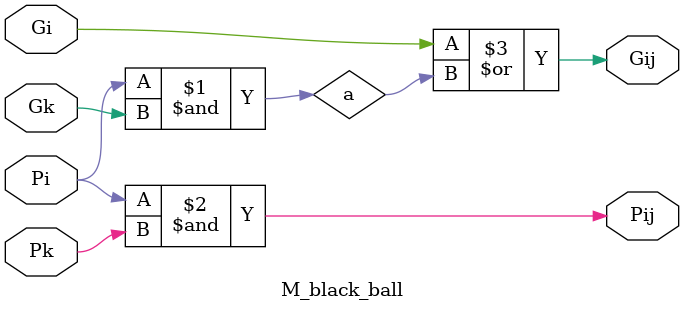
<source format=v>
module M_black_ball (Gi,Pi,Gk,Pk,Gij,Pij);
input Gi,Pi,Gk,Pk;
output Gij,Pij; 
wire a;
and m1 (a,Pi,Gk);
and m2 (Pij,Pi,Pk);
or m3 (Gij,Gi,a);
endmodule
</source>
